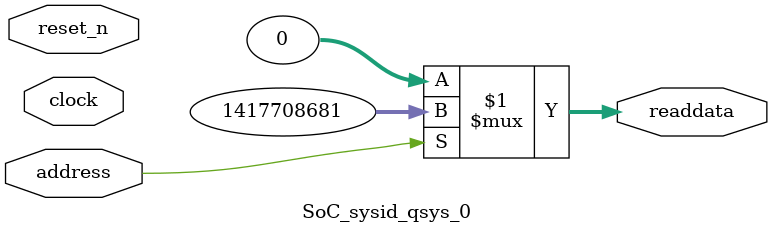
<source format=v>
module SoC_sysid_qsys_0 (
                address,
                clock,
                reset_n,
                readdata
             )
;
  output  [ 31: 0] readdata;
  input            address;
  input            clock;
  input            reset_n;
  wire    [ 31: 0] readdata;
  assign readdata = address ? 1417708681 : 0;
endmodule
</source>
